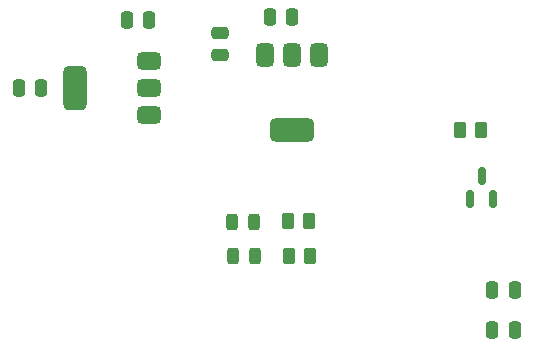
<source format=gbr>
%TF.GenerationSoftware,KiCad,Pcbnew,9.0.4*%
%TF.CreationDate,2025-09-20T14:11:16+05:30*%
%TF.ProjectId,FireSide v2.0,46697265-5369-4646-9520-76322e302e6b,rev?*%
%TF.SameCoordinates,Original*%
%TF.FileFunction,Paste,Top*%
%TF.FilePolarity,Positive*%
%FSLAX46Y46*%
G04 Gerber Fmt 4.6, Leading zero omitted, Abs format (unit mm)*
G04 Created by KiCad (PCBNEW 9.0.4) date 2025-09-20 14:11:16*
%MOMM*%
%LPD*%
G01*
G04 APERTURE LIST*
G04 Aperture macros list*
%AMRoundRect*
0 Rectangle with rounded corners*
0 $1 Rounding radius*
0 $2 $3 $4 $5 $6 $7 $8 $9 X,Y pos of 4 corners*
0 Add a 4 corners polygon primitive as box body*
4,1,4,$2,$3,$4,$5,$6,$7,$8,$9,$2,$3,0*
0 Add four circle primitives for the rounded corners*
1,1,$1+$1,$2,$3*
1,1,$1+$1,$4,$5*
1,1,$1+$1,$6,$7*
1,1,$1+$1,$8,$9*
0 Add four rect primitives between the rounded corners*
20,1,$1+$1,$2,$3,$4,$5,0*
20,1,$1+$1,$4,$5,$6,$7,0*
20,1,$1+$1,$6,$7,$8,$9,0*
20,1,$1+$1,$8,$9,$2,$3,0*%
G04 Aperture macros list end*
%ADD10RoundRect,0.250000X0.250000X0.475000X-0.250000X0.475000X-0.250000X-0.475000X0.250000X-0.475000X0*%
%ADD11RoundRect,0.250000X0.475000X-0.250000X0.475000X0.250000X-0.475000X0.250000X-0.475000X-0.250000X0*%
%ADD12RoundRect,0.375000X-0.375000X0.625000X-0.375000X-0.625000X0.375000X-0.625000X0.375000X0.625000X0*%
%ADD13RoundRect,0.500000X-1.400000X0.500000X-1.400000X-0.500000X1.400000X-0.500000X1.400000X0.500000X0*%
%ADD14RoundRect,0.375000X0.625000X0.375000X-0.625000X0.375000X-0.625000X-0.375000X0.625000X-0.375000X0*%
%ADD15RoundRect,0.500000X0.500000X1.400000X-0.500000X1.400000X-0.500000X-1.400000X0.500000X-1.400000X0*%
%ADD16RoundRect,0.250000X-0.250000X-0.475000X0.250000X-0.475000X0.250000X0.475000X-0.250000X0.475000X0*%
%ADD17RoundRect,0.243750X-0.243750X-0.456250X0.243750X-0.456250X0.243750X0.456250X-0.243750X0.456250X0*%
%ADD18RoundRect,0.250000X0.262500X0.450000X-0.262500X0.450000X-0.262500X-0.450000X0.262500X-0.450000X0*%
%ADD19RoundRect,0.250000X-0.262500X-0.450000X0.262500X-0.450000X0.262500X0.450000X-0.262500X0.450000X0*%
%ADD20RoundRect,0.150000X0.150000X-0.587500X0.150000X0.587500X-0.150000X0.587500X-0.150000X-0.587500X0*%
G04 APERTURE END LIST*
D10*
%TO.C,C2*%
X100950000Y-44750000D03*
X99050000Y-44750000D03*
%TD*%
D11*
%TO.C,C3*%
X106950000Y-47700000D03*
X106950000Y-45800000D03*
%TD*%
D12*
%TO.C,U4*%
X115350000Y-47700000D03*
X113050000Y-47700000D03*
D13*
X113050000Y-54000000D03*
D12*
X110750000Y-47700000D03*
%TD*%
D14*
%TO.C,U1*%
X100941768Y-52760400D03*
X100941768Y-50460400D03*
D15*
X94641768Y-50460400D03*
D14*
X100941768Y-48160400D03*
%TD*%
D16*
%TO.C,C6*%
X129989181Y-70987836D03*
X131889181Y-70987836D03*
%TD*%
D17*
%TO.C,D1*%
X107984100Y-61787676D03*
X109859100Y-61787676D03*
%TD*%
D18*
%TO.C,R4*%
X129075000Y-54000000D03*
X127250000Y-54000000D03*
%TD*%
D10*
%TO.C,C4*%
X91791212Y-50463737D03*
X89891212Y-50463737D03*
%TD*%
D19*
%TO.C,R3*%
X112750000Y-64750000D03*
X114575000Y-64750000D03*
%TD*%
D17*
%TO.C,D2*%
X108021777Y-64703033D03*
X109896777Y-64703033D03*
%TD*%
D10*
%TO.C,C1*%
X113046508Y-44460665D03*
X111146508Y-44460665D03*
%TD*%
D16*
%TO.C,C5*%
X129993152Y-67558421D03*
X131893152Y-67558421D03*
%TD*%
D19*
%TO.C,R1*%
X112675000Y-61750000D03*
X114500000Y-61750000D03*
%TD*%
D20*
%TO.C,Q1*%
X128134612Y-59850250D03*
X130034612Y-59850250D03*
X129084612Y-57975250D03*
%TD*%
M02*

</source>
